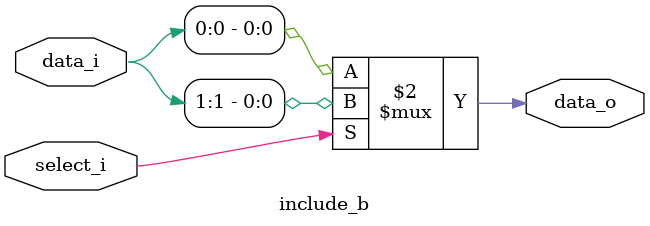
<source format=sv>
module include_b(
                 input [1:0] data_i,
                 input       select_i,
                 output      data_o
                 );

   assign data_o = (select_i == 1'b1) ? data_i[1] : data_i[0];

endmodule

</source>
